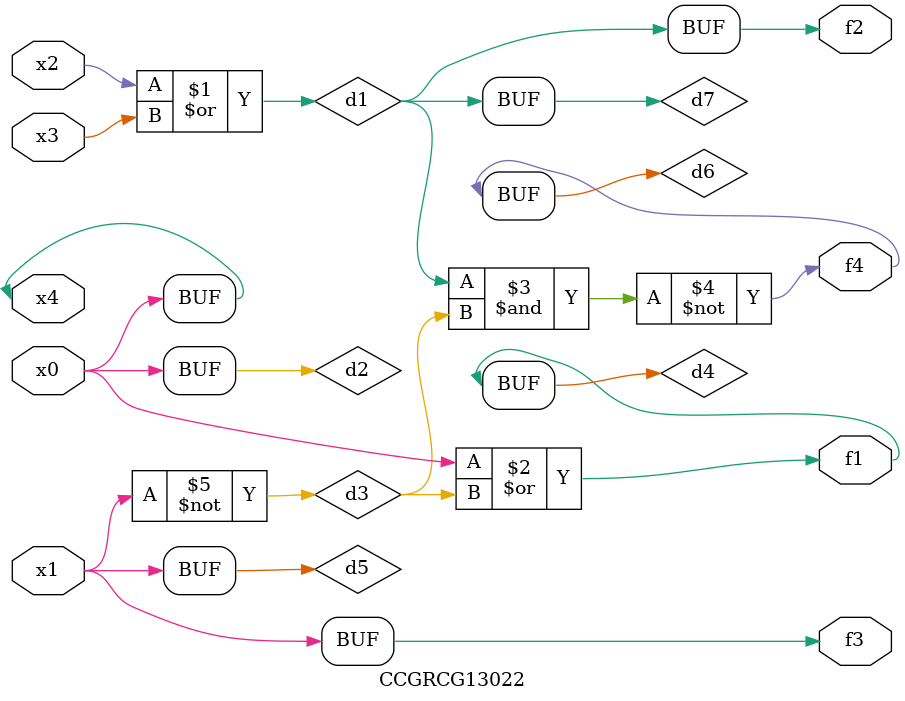
<source format=v>
module CCGRCG13022(
	input x0, x1, x2, x3, x4,
	output f1, f2, f3, f4
);

	wire d1, d2, d3, d4, d5, d6, d7;

	or (d1, x2, x3);
	buf (d2, x0, x4);
	not (d3, x1);
	or (d4, d2, d3);
	not (d5, d3);
	nand (d6, d1, d3);
	or (d7, d1);
	assign f1 = d4;
	assign f2 = d7;
	assign f3 = d5;
	assign f4 = d6;
endmodule

</source>
